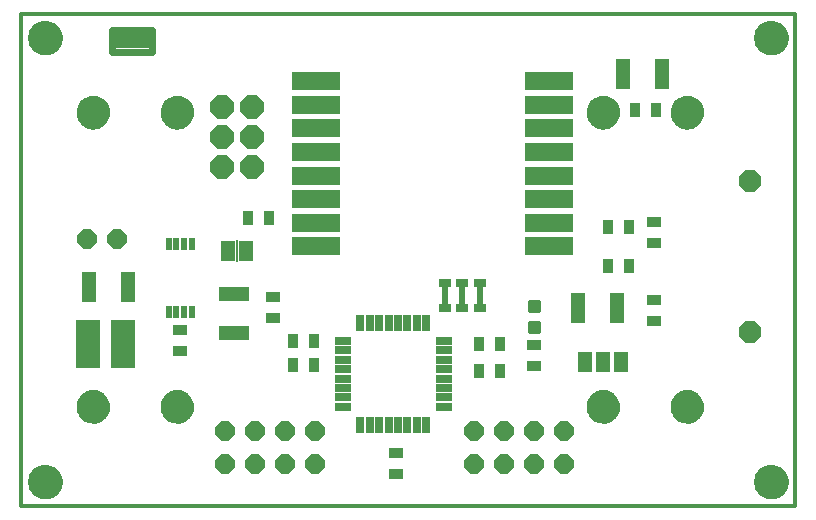
<source format=gts>
G75*
%MOIN*%
%OFA0B0*%
%FSLAX25Y25*%
%IPPOS*%
%LPD*%
%AMOC8*
5,1,8,0,0,1.08239X$1,22.5*
%
%ADD10C,0.00000*%
%ADD11C,0.11424*%
%ADD12C,0.01200*%
%ADD13R,0.16148X0.05912*%
%ADD14R,0.05124X0.10243*%
%ADD15R,0.10243X0.05124*%
%ADD16R,0.08274X0.16148*%
%ADD17R,0.01975X0.03943*%
%ADD18R,0.05124X0.03550*%
%ADD19R,0.03550X0.05124*%
%ADD20OC8,0.06400*%
%ADD21R,0.05000X0.06700*%
%ADD22R,0.00600X0.07200*%
%ADD23C,0.00500*%
%ADD24R,0.01975X0.06699*%
%ADD25R,0.03937X0.02756*%
%ADD26OC8,0.07800*%
%ADD27C,0.02462*%
%ADD28OC8,0.07400*%
%ADD29R,0.05400X0.02600*%
%ADD30R,0.02600X0.05400*%
%ADD31C,0.01301*%
D10*
X0004288Y0009800D02*
X0004290Y0009948D01*
X0004296Y0010096D01*
X0004306Y0010244D01*
X0004320Y0010391D01*
X0004338Y0010538D01*
X0004359Y0010684D01*
X0004385Y0010830D01*
X0004415Y0010975D01*
X0004448Y0011119D01*
X0004486Y0011262D01*
X0004527Y0011404D01*
X0004572Y0011545D01*
X0004620Y0011685D01*
X0004673Y0011824D01*
X0004729Y0011961D01*
X0004789Y0012096D01*
X0004852Y0012230D01*
X0004919Y0012362D01*
X0004990Y0012492D01*
X0005064Y0012620D01*
X0005141Y0012746D01*
X0005222Y0012870D01*
X0005306Y0012992D01*
X0005393Y0013111D01*
X0005484Y0013228D01*
X0005578Y0013343D01*
X0005674Y0013455D01*
X0005774Y0013565D01*
X0005876Y0013671D01*
X0005982Y0013775D01*
X0006090Y0013876D01*
X0006201Y0013974D01*
X0006314Y0014070D01*
X0006430Y0014162D01*
X0006548Y0014251D01*
X0006669Y0014336D01*
X0006792Y0014419D01*
X0006917Y0014498D01*
X0007044Y0014574D01*
X0007173Y0014646D01*
X0007304Y0014715D01*
X0007437Y0014780D01*
X0007572Y0014841D01*
X0007708Y0014899D01*
X0007845Y0014954D01*
X0007984Y0015004D01*
X0008125Y0015051D01*
X0008266Y0015094D01*
X0008409Y0015134D01*
X0008553Y0015169D01*
X0008697Y0015201D01*
X0008843Y0015228D01*
X0008989Y0015252D01*
X0009136Y0015272D01*
X0009283Y0015288D01*
X0009430Y0015300D01*
X0009578Y0015308D01*
X0009726Y0015312D01*
X0009874Y0015312D01*
X0010022Y0015308D01*
X0010170Y0015300D01*
X0010317Y0015288D01*
X0010464Y0015272D01*
X0010611Y0015252D01*
X0010757Y0015228D01*
X0010903Y0015201D01*
X0011047Y0015169D01*
X0011191Y0015134D01*
X0011334Y0015094D01*
X0011475Y0015051D01*
X0011616Y0015004D01*
X0011755Y0014954D01*
X0011892Y0014899D01*
X0012028Y0014841D01*
X0012163Y0014780D01*
X0012296Y0014715D01*
X0012427Y0014646D01*
X0012556Y0014574D01*
X0012683Y0014498D01*
X0012808Y0014419D01*
X0012931Y0014336D01*
X0013052Y0014251D01*
X0013170Y0014162D01*
X0013286Y0014070D01*
X0013399Y0013974D01*
X0013510Y0013876D01*
X0013618Y0013775D01*
X0013724Y0013671D01*
X0013826Y0013565D01*
X0013926Y0013455D01*
X0014022Y0013343D01*
X0014116Y0013228D01*
X0014207Y0013111D01*
X0014294Y0012992D01*
X0014378Y0012870D01*
X0014459Y0012746D01*
X0014536Y0012620D01*
X0014610Y0012492D01*
X0014681Y0012362D01*
X0014748Y0012230D01*
X0014811Y0012096D01*
X0014871Y0011961D01*
X0014927Y0011824D01*
X0014980Y0011685D01*
X0015028Y0011545D01*
X0015073Y0011404D01*
X0015114Y0011262D01*
X0015152Y0011119D01*
X0015185Y0010975D01*
X0015215Y0010830D01*
X0015241Y0010684D01*
X0015262Y0010538D01*
X0015280Y0010391D01*
X0015294Y0010244D01*
X0015304Y0010096D01*
X0015310Y0009948D01*
X0015312Y0009800D01*
X0015310Y0009652D01*
X0015304Y0009504D01*
X0015294Y0009356D01*
X0015280Y0009209D01*
X0015262Y0009062D01*
X0015241Y0008916D01*
X0015215Y0008770D01*
X0015185Y0008625D01*
X0015152Y0008481D01*
X0015114Y0008338D01*
X0015073Y0008196D01*
X0015028Y0008055D01*
X0014980Y0007915D01*
X0014927Y0007776D01*
X0014871Y0007639D01*
X0014811Y0007504D01*
X0014748Y0007370D01*
X0014681Y0007238D01*
X0014610Y0007108D01*
X0014536Y0006980D01*
X0014459Y0006854D01*
X0014378Y0006730D01*
X0014294Y0006608D01*
X0014207Y0006489D01*
X0014116Y0006372D01*
X0014022Y0006257D01*
X0013926Y0006145D01*
X0013826Y0006035D01*
X0013724Y0005929D01*
X0013618Y0005825D01*
X0013510Y0005724D01*
X0013399Y0005626D01*
X0013286Y0005530D01*
X0013170Y0005438D01*
X0013052Y0005349D01*
X0012931Y0005264D01*
X0012808Y0005181D01*
X0012683Y0005102D01*
X0012556Y0005026D01*
X0012427Y0004954D01*
X0012296Y0004885D01*
X0012163Y0004820D01*
X0012028Y0004759D01*
X0011892Y0004701D01*
X0011755Y0004646D01*
X0011616Y0004596D01*
X0011475Y0004549D01*
X0011334Y0004506D01*
X0011191Y0004466D01*
X0011047Y0004431D01*
X0010903Y0004399D01*
X0010757Y0004372D01*
X0010611Y0004348D01*
X0010464Y0004328D01*
X0010317Y0004312D01*
X0010170Y0004300D01*
X0010022Y0004292D01*
X0009874Y0004288D01*
X0009726Y0004288D01*
X0009578Y0004292D01*
X0009430Y0004300D01*
X0009283Y0004312D01*
X0009136Y0004328D01*
X0008989Y0004348D01*
X0008843Y0004372D01*
X0008697Y0004399D01*
X0008553Y0004431D01*
X0008409Y0004466D01*
X0008266Y0004506D01*
X0008125Y0004549D01*
X0007984Y0004596D01*
X0007845Y0004646D01*
X0007708Y0004701D01*
X0007572Y0004759D01*
X0007437Y0004820D01*
X0007304Y0004885D01*
X0007173Y0004954D01*
X0007044Y0005026D01*
X0006917Y0005102D01*
X0006792Y0005181D01*
X0006669Y0005264D01*
X0006548Y0005349D01*
X0006430Y0005438D01*
X0006314Y0005530D01*
X0006201Y0005626D01*
X0006090Y0005724D01*
X0005982Y0005825D01*
X0005876Y0005929D01*
X0005774Y0006035D01*
X0005674Y0006145D01*
X0005578Y0006257D01*
X0005484Y0006372D01*
X0005393Y0006489D01*
X0005306Y0006608D01*
X0005222Y0006730D01*
X0005141Y0006854D01*
X0005064Y0006980D01*
X0004990Y0007108D01*
X0004919Y0007238D01*
X0004852Y0007370D01*
X0004789Y0007504D01*
X0004729Y0007639D01*
X0004673Y0007776D01*
X0004620Y0007915D01*
X0004572Y0008055D01*
X0004527Y0008196D01*
X0004486Y0008338D01*
X0004448Y0008481D01*
X0004415Y0008625D01*
X0004385Y0008770D01*
X0004359Y0008916D01*
X0004338Y0009062D01*
X0004320Y0009209D01*
X0004306Y0009356D01*
X0004296Y0009504D01*
X0004290Y0009652D01*
X0004288Y0009800D01*
X0004288Y0157800D02*
X0004290Y0157948D01*
X0004296Y0158096D01*
X0004306Y0158244D01*
X0004320Y0158391D01*
X0004338Y0158538D01*
X0004359Y0158684D01*
X0004385Y0158830D01*
X0004415Y0158975D01*
X0004448Y0159119D01*
X0004486Y0159262D01*
X0004527Y0159404D01*
X0004572Y0159545D01*
X0004620Y0159685D01*
X0004673Y0159824D01*
X0004729Y0159961D01*
X0004789Y0160096D01*
X0004852Y0160230D01*
X0004919Y0160362D01*
X0004990Y0160492D01*
X0005064Y0160620D01*
X0005141Y0160746D01*
X0005222Y0160870D01*
X0005306Y0160992D01*
X0005393Y0161111D01*
X0005484Y0161228D01*
X0005578Y0161343D01*
X0005674Y0161455D01*
X0005774Y0161565D01*
X0005876Y0161671D01*
X0005982Y0161775D01*
X0006090Y0161876D01*
X0006201Y0161974D01*
X0006314Y0162070D01*
X0006430Y0162162D01*
X0006548Y0162251D01*
X0006669Y0162336D01*
X0006792Y0162419D01*
X0006917Y0162498D01*
X0007044Y0162574D01*
X0007173Y0162646D01*
X0007304Y0162715D01*
X0007437Y0162780D01*
X0007572Y0162841D01*
X0007708Y0162899D01*
X0007845Y0162954D01*
X0007984Y0163004D01*
X0008125Y0163051D01*
X0008266Y0163094D01*
X0008409Y0163134D01*
X0008553Y0163169D01*
X0008697Y0163201D01*
X0008843Y0163228D01*
X0008989Y0163252D01*
X0009136Y0163272D01*
X0009283Y0163288D01*
X0009430Y0163300D01*
X0009578Y0163308D01*
X0009726Y0163312D01*
X0009874Y0163312D01*
X0010022Y0163308D01*
X0010170Y0163300D01*
X0010317Y0163288D01*
X0010464Y0163272D01*
X0010611Y0163252D01*
X0010757Y0163228D01*
X0010903Y0163201D01*
X0011047Y0163169D01*
X0011191Y0163134D01*
X0011334Y0163094D01*
X0011475Y0163051D01*
X0011616Y0163004D01*
X0011755Y0162954D01*
X0011892Y0162899D01*
X0012028Y0162841D01*
X0012163Y0162780D01*
X0012296Y0162715D01*
X0012427Y0162646D01*
X0012556Y0162574D01*
X0012683Y0162498D01*
X0012808Y0162419D01*
X0012931Y0162336D01*
X0013052Y0162251D01*
X0013170Y0162162D01*
X0013286Y0162070D01*
X0013399Y0161974D01*
X0013510Y0161876D01*
X0013618Y0161775D01*
X0013724Y0161671D01*
X0013826Y0161565D01*
X0013926Y0161455D01*
X0014022Y0161343D01*
X0014116Y0161228D01*
X0014207Y0161111D01*
X0014294Y0160992D01*
X0014378Y0160870D01*
X0014459Y0160746D01*
X0014536Y0160620D01*
X0014610Y0160492D01*
X0014681Y0160362D01*
X0014748Y0160230D01*
X0014811Y0160096D01*
X0014871Y0159961D01*
X0014927Y0159824D01*
X0014980Y0159685D01*
X0015028Y0159545D01*
X0015073Y0159404D01*
X0015114Y0159262D01*
X0015152Y0159119D01*
X0015185Y0158975D01*
X0015215Y0158830D01*
X0015241Y0158684D01*
X0015262Y0158538D01*
X0015280Y0158391D01*
X0015294Y0158244D01*
X0015304Y0158096D01*
X0015310Y0157948D01*
X0015312Y0157800D01*
X0015310Y0157652D01*
X0015304Y0157504D01*
X0015294Y0157356D01*
X0015280Y0157209D01*
X0015262Y0157062D01*
X0015241Y0156916D01*
X0015215Y0156770D01*
X0015185Y0156625D01*
X0015152Y0156481D01*
X0015114Y0156338D01*
X0015073Y0156196D01*
X0015028Y0156055D01*
X0014980Y0155915D01*
X0014927Y0155776D01*
X0014871Y0155639D01*
X0014811Y0155504D01*
X0014748Y0155370D01*
X0014681Y0155238D01*
X0014610Y0155108D01*
X0014536Y0154980D01*
X0014459Y0154854D01*
X0014378Y0154730D01*
X0014294Y0154608D01*
X0014207Y0154489D01*
X0014116Y0154372D01*
X0014022Y0154257D01*
X0013926Y0154145D01*
X0013826Y0154035D01*
X0013724Y0153929D01*
X0013618Y0153825D01*
X0013510Y0153724D01*
X0013399Y0153626D01*
X0013286Y0153530D01*
X0013170Y0153438D01*
X0013052Y0153349D01*
X0012931Y0153264D01*
X0012808Y0153181D01*
X0012683Y0153102D01*
X0012556Y0153026D01*
X0012427Y0152954D01*
X0012296Y0152885D01*
X0012163Y0152820D01*
X0012028Y0152759D01*
X0011892Y0152701D01*
X0011755Y0152646D01*
X0011616Y0152596D01*
X0011475Y0152549D01*
X0011334Y0152506D01*
X0011191Y0152466D01*
X0011047Y0152431D01*
X0010903Y0152399D01*
X0010757Y0152372D01*
X0010611Y0152348D01*
X0010464Y0152328D01*
X0010317Y0152312D01*
X0010170Y0152300D01*
X0010022Y0152292D01*
X0009874Y0152288D01*
X0009726Y0152288D01*
X0009578Y0152292D01*
X0009430Y0152300D01*
X0009283Y0152312D01*
X0009136Y0152328D01*
X0008989Y0152348D01*
X0008843Y0152372D01*
X0008697Y0152399D01*
X0008553Y0152431D01*
X0008409Y0152466D01*
X0008266Y0152506D01*
X0008125Y0152549D01*
X0007984Y0152596D01*
X0007845Y0152646D01*
X0007708Y0152701D01*
X0007572Y0152759D01*
X0007437Y0152820D01*
X0007304Y0152885D01*
X0007173Y0152954D01*
X0007044Y0153026D01*
X0006917Y0153102D01*
X0006792Y0153181D01*
X0006669Y0153264D01*
X0006548Y0153349D01*
X0006430Y0153438D01*
X0006314Y0153530D01*
X0006201Y0153626D01*
X0006090Y0153724D01*
X0005982Y0153825D01*
X0005876Y0153929D01*
X0005774Y0154035D01*
X0005674Y0154145D01*
X0005578Y0154257D01*
X0005484Y0154372D01*
X0005393Y0154489D01*
X0005306Y0154608D01*
X0005222Y0154730D01*
X0005141Y0154854D01*
X0005064Y0154980D01*
X0004990Y0155108D01*
X0004919Y0155238D01*
X0004852Y0155370D01*
X0004789Y0155504D01*
X0004729Y0155639D01*
X0004673Y0155776D01*
X0004620Y0155915D01*
X0004572Y0156055D01*
X0004527Y0156196D01*
X0004486Y0156338D01*
X0004448Y0156481D01*
X0004415Y0156625D01*
X0004385Y0156770D01*
X0004359Y0156916D01*
X0004338Y0157062D01*
X0004320Y0157209D01*
X0004306Y0157356D01*
X0004296Y0157504D01*
X0004290Y0157652D01*
X0004288Y0157800D01*
X0246288Y0157800D02*
X0246290Y0157948D01*
X0246296Y0158096D01*
X0246306Y0158244D01*
X0246320Y0158391D01*
X0246338Y0158538D01*
X0246359Y0158684D01*
X0246385Y0158830D01*
X0246415Y0158975D01*
X0246448Y0159119D01*
X0246486Y0159262D01*
X0246527Y0159404D01*
X0246572Y0159545D01*
X0246620Y0159685D01*
X0246673Y0159824D01*
X0246729Y0159961D01*
X0246789Y0160096D01*
X0246852Y0160230D01*
X0246919Y0160362D01*
X0246990Y0160492D01*
X0247064Y0160620D01*
X0247141Y0160746D01*
X0247222Y0160870D01*
X0247306Y0160992D01*
X0247393Y0161111D01*
X0247484Y0161228D01*
X0247578Y0161343D01*
X0247674Y0161455D01*
X0247774Y0161565D01*
X0247876Y0161671D01*
X0247982Y0161775D01*
X0248090Y0161876D01*
X0248201Y0161974D01*
X0248314Y0162070D01*
X0248430Y0162162D01*
X0248548Y0162251D01*
X0248669Y0162336D01*
X0248792Y0162419D01*
X0248917Y0162498D01*
X0249044Y0162574D01*
X0249173Y0162646D01*
X0249304Y0162715D01*
X0249437Y0162780D01*
X0249572Y0162841D01*
X0249708Y0162899D01*
X0249845Y0162954D01*
X0249984Y0163004D01*
X0250125Y0163051D01*
X0250266Y0163094D01*
X0250409Y0163134D01*
X0250553Y0163169D01*
X0250697Y0163201D01*
X0250843Y0163228D01*
X0250989Y0163252D01*
X0251136Y0163272D01*
X0251283Y0163288D01*
X0251430Y0163300D01*
X0251578Y0163308D01*
X0251726Y0163312D01*
X0251874Y0163312D01*
X0252022Y0163308D01*
X0252170Y0163300D01*
X0252317Y0163288D01*
X0252464Y0163272D01*
X0252611Y0163252D01*
X0252757Y0163228D01*
X0252903Y0163201D01*
X0253047Y0163169D01*
X0253191Y0163134D01*
X0253334Y0163094D01*
X0253475Y0163051D01*
X0253616Y0163004D01*
X0253755Y0162954D01*
X0253892Y0162899D01*
X0254028Y0162841D01*
X0254163Y0162780D01*
X0254296Y0162715D01*
X0254427Y0162646D01*
X0254556Y0162574D01*
X0254683Y0162498D01*
X0254808Y0162419D01*
X0254931Y0162336D01*
X0255052Y0162251D01*
X0255170Y0162162D01*
X0255286Y0162070D01*
X0255399Y0161974D01*
X0255510Y0161876D01*
X0255618Y0161775D01*
X0255724Y0161671D01*
X0255826Y0161565D01*
X0255926Y0161455D01*
X0256022Y0161343D01*
X0256116Y0161228D01*
X0256207Y0161111D01*
X0256294Y0160992D01*
X0256378Y0160870D01*
X0256459Y0160746D01*
X0256536Y0160620D01*
X0256610Y0160492D01*
X0256681Y0160362D01*
X0256748Y0160230D01*
X0256811Y0160096D01*
X0256871Y0159961D01*
X0256927Y0159824D01*
X0256980Y0159685D01*
X0257028Y0159545D01*
X0257073Y0159404D01*
X0257114Y0159262D01*
X0257152Y0159119D01*
X0257185Y0158975D01*
X0257215Y0158830D01*
X0257241Y0158684D01*
X0257262Y0158538D01*
X0257280Y0158391D01*
X0257294Y0158244D01*
X0257304Y0158096D01*
X0257310Y0157948D01*
X0257312Y0157800D01*
X0257310Y0157652D01*
X0257304Y0157504D01*
X0257294Y0157356D01*
X0257280Y0157209D01*
X0257262Y0157062D01*
X0257241Y0156916D01*
X0257215Y0156770D01*
X0257185Y0156625D01*
X0257152Y0156481D01*
X0257114Y0156338D01*
X0257073Y0156196D01*
X0257028Y0156055D01*
X0256980Y0155915D01*
X0256927Y0155776D01*
X0256871Y0155639D01*
X0256811Y0155504D01*
X0256748Y0155370D01*
X0256681Y0155238D01*
X0256610Y0155108D01*
X0256536Y0154980D01*
X0256459Y0154854D01*
X0256378Y0154730D01*
X0256294Y0154608D01*
X0256207Y0154489D01*
X0256116Y0154372D01*
X0256022Y0154257D01*
X0255926Y0154145D01*
X0255826Y0154035D01*
X0255724Y0153929D01*
X0255618Y0153825D01*
X0255510Y0153724D01*
X0255399Y0153626D01*
X0255286Y0153530D01*
X0255170Y0153438D01*
X0255052Y0153349D01*
X0254931Y0153264D01*
X0254808Y0153181D01*
X0254683Y0153102D01*
X0254556Y0153026D01*
X0254427Y0152954D01*
X0254296Y0152885D01*
X0254163Y0152820D01*
X0254028Y0152759D01*
X0253892Y0152701D01*
X0253755Y0152646D01*
X0253616Y0152596D01*
X0253475Y0152549D01*
X0253334Y0152506D01*
X0253191Y0152466D01*
X0253047Y0152431D01*
X0252903Y0152399D01*
X0252757Y0152372D01*
X0252611Y0152348D01*
X0252464Y0152328D01*
X0252317Y0152312D01*
X0252170Y0152300D01*
X0252022Y0152292D01*
X0251874Y0152288D01*
X0251726Y0152288D01*
X0251578Y0152292D01*
X0251430Y0152300D01*
X0251283Y0152312D01*
X0251136Y0152328D01*
X0250989Y0152348D01*
X0250843Y0152372D01*
X0250697Y0152399D01*
X0250553Y0152431D01*
X0250409Y0152466D01*
X0250266Y0152506D01*
X0250125Y0152549D01*
X0249984Y0152596D01*
X0249845Y0152646D01*
X0249708Y0152701D01*
X0249572Y0152759D01*
X0249437Y0152820D01*
X0249304Y0152885D01*
X0249173Y0152954D01*
X0249044Y0153026D01*
X0248917Y0153102D01*
X0248792Y0153181D01*
X0248669Y0153264D01*
X0248548Y0153349D01*
X0248430Y0153438D01*
X0248314Y0153530D01*
X0248201Y0153626D01*
X0248090Y0153724D01*
X0247982Y0153825D01*
X0247876Y0153929D01*
X0247774Y0154035D01*
X0247674Y0154145D01*
X0247578Y0154257D01*
X0247484Y0154372D01*
X0247393Y0154489D01*
X0247306Y0154608D01*
X0247222Y0154730D01*
X0247141Y0154854D01*
X0247064Y0154980D01*
X0246990Y0155108D01*
X0246919Y0155238D01*
X0246852Y0155370D01*
X0246789Y0155504D01*
X0246729Y0155639D01*
X0246673Y0155776D01*
X0246620Y0155915D01*
X0246572Y0156055D01*
X0246527Y0156196D01*
X0246486Y0156338D01*
X0246448Y0156481D01*
X0246415Y0156625D01*
X0246385Y0156770D01*
X0246359Y0156916D01*
X0246338Y0157062D01*
X0246320Y0157209D01*
X0246306Y0157356D01*
X0246296Y0157504D01*
X0246290Y0157652D01*
X0246288Y0157800D01*
X0246288Y0009800D02*
X0246290Y0009948D01*
X0246296Y0010096D01*
X0246306Y0010244D01*
X0246320Y0010391D01*
X0246338Y0010538D01*
X0246359Y0010684D01*
X0246385Y0010830D01*
X0246415Y0010975D01*
X0246448Y0011119D01*
X0246486Y0011262D01*
X0246527Y0011404D01*
X0246572Y0011545D01*
X0246620Y0011685D01*
X0246673Y0011824D01*
X0246729Y0011961D01*
X0246789Y0012096D01*
X0246852Y0012230D01*
X0246919Y0012362D01*
X0246990Y0012492D01*
X0247064Y0012620D01*
X0247141Y0012746D01*
X0247222Y0012870D01*
X0247306Y0012992D01*
X0247393Y0013111D01*
X0247484Y0013228D01*
X0247578Y0013343D01*
X0247674Y0013455D01*
X0247774Y0013565D01*
X0247876Y0013671D01*
X0247982Y0013775D01*
X0248090Y0013876D01*
X0248201Y0013974D01*
X0248314Y0014070D01*
X0248430Y0014162D01*
X0248548Y0014251D01*
X0248669Y0014336D01*
X0248792Y0014419D01*
X0248917Y0014498D01*
X0249044Y0014574D01*
X0249173Y0014646D01*
X0249304Y0014715D01*
X0249437Y0014780D01*
X0249572Y0014841D01*
X0249708Y0014899D01*
X0249845Y0014954D01*
X0249984Y0015004D01*
X0250125Y0015051D01*
X0250266Y0015094D01*
X0250409Y0015134D01*
X0250553Y0015169D01*
X0250697Y0015201D01*
X0250843Y0015228D01*
X0250989Y0015252D01*
X0251136Y0015272D01*
X0251283Y0015288D01*
X0251430Y0015300D01*
X0251578Y0015308D01*
X0251726Y0015312D01*
X0251874Y0015312D01*
X0252022Y0015308D01*
X0252170Y0015300D01*
X0252317Y0015288D01*
X0252464Y0015272D01*
X0252611Y0015252D01*
X0252757Y0015228D01*
X0252903Y0015201D01*
X0253047Y0015169D01*
X0253191Y0015134D01*
X0253334Y0015094D01*
X0253475Y0015051D01*
X0253616Y0015004D01*
X0253755Y0014954D01*
X0253892Y0014899D01*
X0254028Y0014841D01*
X0254163Y0014780D01*
X0254296Y0014715D01*
X0254427Y0014646D01*
X0254556Y0014574D01*
X0254683Y0014498D01*
X0254808Y0014419D01*
X0254931Y0014336D01*
X0255052Y0014251D01*
X0255170Y0014162D01*
X0255286Y0014070D01*
X0255399Y0013974D01*
X0255510Y0013876D01*
X0255618Y0013775D01*
X0255724Y0013671D01*
X0255826Y0013565D01*
X0255926Y0013455D01*
X0256022Y0013343D01*
X0256116Y0013228D01*
X0256207Y0013111D01*
X0256294Y0012992D01*
X0256378Y0012870D01*
X0256459Y0012746D01*
X0256536Y0012620D01*
X0256610Y0012492D01*
X0256681Y0012362D01*
X0256748Y0012230D01*
X0256811Y0012096D01*
X0256871Y0011961D01*
X0256927Y0011824D01*
X0256980Y0011685D01*
X0257028Y0011545D01*
X0257073Y0011404D01*
X0257114Y0011262D01*
X0257152Y0011119D01*
X0257185Y0010975D01*
X0257215Y0010830D01*
X0257241Y0010684D01*
X0257262Y0010538D01*
X0257280Y0010391D01*
X0257294Y0010244D01*
X0257304Y0010096D01*
X0257310Y0009948D01*
X0257312Y0009800D01*
X0257310Y0009652D01*
X0257304Y0009504D01*
X0257294Y0009356D01*
X0257280Y0009209D01*
X0257262Y0009062D01*
X0257241Y0008916D01*
X0257215Y0008770D01*
X0257185Y0008625D01*
X0257152Y0008481D01*
X0257114Y0008338D01*
X0257073Y0008196D01*
X0257028Y0008055D01*
X0256980Y0007915D01*
X0256927Y0007776D01*
X0256871Y0007639D01*
X0256811Y0007504D01*
X0256748Y0007370D01*
X0256681Y0007238D01*
X0256610Y0007108D01*
X0256536Y0006980D01*
X0256459Y0006854D01*
X0256378Y0006730D01*
X0256294Y0006608D01*
X0256207Y0006489D01*
X0256116Y0006372D01*
X0256022Y0006257D01*
X0255926Y0006145D01*
X0255826Y0006035D01*
X0255724Y0005929D01*
X0255618Y0005825D01*
X0255510Y0005724D01*
X0255399Y0005626D01*
X0255286Y0005530D01*
X0255170Y0005438D01*
X0255052Y0005349D01*
X0254931Y0005264D01*
X0254808Y0005181D01*
X0254683Y0005102D01*
X0254556Y0005026D01*
X0254427Y0004954D01*
X0254296Y0004885D01*
X0254163Y0004820D01*
X0254028Y0004759D01*
X0253892Y0004701D01*
X0253755Y0004646D01*
X0253616Y0004596D01*
X0253475Y0004549D01*
X0253334Y0004506D01*
X0253191Y0004466D01*
X0253047Y0004431D01*
X0252903Y0004399D01*
X0252757Y0004372D01*
X0252611Y0004348D01*
X0252464Y0004328D01*
X0252317Y0004312D01*
X0252170Y0004300D01*
X0252022Y0004292D01*
X0251874Y0004288D01*
X0251726Y0004288D01*
X0251578Y0004292D01*
X0251430Y0004300D01*
X0251283Y0004312D01*
X0251136Y0004328D01*
X0250989Y0004348D01*
X0250843Y0004372D01*
X0250697Y0004399D01*
X0250553Y0004431D01*
X0250409Y0004466D01*
X0250266Y0004506D01*
X0250125Y0004549D01*
X0249984Y0004596D01*
X0249845Y0004646D01*
X0249708Y0004701D01*
X0249572Y0004759D01*
X0249437Y0004820D01*
X0249304Y0004885D01*
X0249173Y0004954D01*
X0249044Y0005026D01*
X0248917Y0005102D01*
X0248792Y0005181D01*
X0248669Y0005264D01*
X0248548Y0005349D01*
X0248430Y0005438D01*
X0248314Y0005530D01*
X0248201Y0005626D01*
X0248090Y0005724D01*
X0247982Y0005825D01*
X0247876Y0005929D01*
X0247774Y0006035D01*
X0247674Y0006145D01*
X0247578Y0006257D01*
X0247484Y0006372D01*
X0247393Y0006489D01*
X0247306Y0006608D01*
X0247222Y0006730D01*
X0247141Y0006854D01*
X0247064Y0006980D01*
X0246990Y0007108D01*
X0246919Y0007238D01*
X0246852Y0007370D01*
X0246789Y0007504D01*
X0246729Y0007639D01*
X0246673Y0007776D01*
X0246620Y0007915D01*
X0246572Y0008055D01*
X0246527Y0008196D01*
X0246486Y0008338D01*
X0246448Y0008481D01*
X0246415Y0008625D01*
X0246385Y0008770D01*
X0246359Y0008916D01*
X0246338Y0009062D01*
X0246320Y0009209D01*
X0246306Y0009356D01*
X0246296Y0009504D01*
X0246290Y0009652D01*
X0246288Y0009800D01*
D11*
X0251800Y0009800D03*
X0251800Y0157800D03*
X0009800Y0157800D03*
X0009800Y0009800D03*
D12*
X0001800Y0001800D02*
X0001800Y0165501D01*
X0001800Y0165800D02*
X0259800Y0165800D01*
X0259800Y0001800D01*
X0259721Y0001800D02*
X0001800Y0001800D01*
D13*
X0100020Y0088241D03*
X0100020Y0096115D03*
X0100020Y0103989D03*
X0100020Y0111863D03*
X0100020Y0119737D03*
X0100020Y0127611D03*
X0100020Y0135485D03*
X0100020Y0143359D03*
X0177580Y0143359D03*
X0177580Y0135485D03*
X0177580Y0127611D03*
X0177580Y0119737D03*
X0177580Y0111863D03*
X0177580Y0103989D03*
X0177580Y0096115D03*
X0177580Y0088241D03*
D14*
X0187304Y0067800D03*
X0200296Y0067800D03*
X0202304Y0145800D03*
X0215296Y0145800D03*
X0037296Y0074800D03*
X0024304Y0074800D03*
D15*
X0072800Y0072296D03*
X0072800Y0059304D03*
D16*
X0035706Y0055800D03*
X0023894Y0055800D03*
D17*
X0050961Y0066383D03*
X0053520Y0066383D03*
X0056080Y0066383D03*
X0058639Y0066383D03*
X0058639Y0089217D03*
X0056080Y0089217D03*
X0053520Y0089217D03*
X0050961Y0089217D03*
D18*
X0085800Y0071343D03*
X0085800Y0064257D03*
X0054800Y0060343D03*
X0054800Y0053257D03*
X0126800Y0019343D03*
X0126800Y0012257D03*
X0172800Y0048257D03*
X0172800Y0055343D03*
X0212800Y0063257D03*
X0212800Y0070343D03*
X0212800Y0089257D03*
X0212800Y0096343D03*
D19*
X0204343Y0094800D03*
X0197257Y0094800D03*
X0197257Y0081800D03*
X0204343Y0081800D03*
X0161343Y0055800D03*
X0154257Y0055800D03*
X0154257Y0046800D03*
X0161343Y0046800D03*
X0099343Y0048800D03*
X0092257Y0048800D03*
X0092257Y0056800D03*
X0099343Y0056800D03*
X0084343Y0097800D03*
X0077257Y0097800D03*
X0206257Y0133800D03*
X0213343Y0133800D03*
D20*
X0182800Y0026800D03*
X0172800Y0026800D03*
X0162800Y0026800D03*
X0152800Y0026800D03*
X0152800Y0015800D03*
X0162800Y0015800D03*
X0172800Y0015800D03*
X0182800Y0015800D03*
X0099800Y0015800D03*
X0089800Y0015800D03*
X0079800Y0015800D03*
X0069800Y0015800D03*
X0069800Y0026800D03*
X0079800Y0026800D03*
X0089800Y0026800D03*
X0099800Y0026800D03*
X0033800Y0090800D03*
X0023800Y0090800D03*
D21*
X0070800Y0086800D03*
X0076800Y0086800D03*
X0189800Y0049800D03*
X0195800Y0049800D03*
X0201800Y0049800D03*
D22*
X0073800Y0086800D03*
D23*
X0055621Y0127874D02*
X0054727Y0127607D01*
X0053800Y0127500D01*
X0052865Y0127617D01*
X0051965Y0127894D01*
X0051127Y0128323D01*
X0050376Y0128892D01*
X0049735Y0129582D01*
X0049223Y0130373D01*
X0048857Y0131241D01*
X0048647Y0132159D01*
X0048600Y0133100D01*
X0048695Y0133984D01*
X0048942Y0134838D01*
X0049333Y0135637D01*
X0049857Y0136355D01*
X0050498Y0136971D01*
X0051237Y0137467D01*
X0052050Y0137827D01*
X0052913Y0138040D01*
X0053800Y0138100D01*
X0054695Y0138030D01*
X0055564Y0137807D01*
X0056382Y0137435D01*
X0057122Y0136927D01*
X0057763Y0136299D01*
X0058285Y0135568D01*
X0058672Y0134758D01*
X0058913Y0133894D01*
X0059000Y0133000D01*
X0058945Y0132069D01*
X0058729Y0131161D01*
X0058358Y0130305D01*
X0057845Y0129526D01*
X0057204Y0128848D01*
X0056455Y0128292D01*
X0055621Y0127874D01*
X0055719Y0127923D02*
X0051908Y0127923D01*
X0050997Y0128422D02*
X0056630Y0128422D01*
X0057272Y0128920D02*
X0050349Y0128920D01*
X0049886Y0129419D02*
X0057744Y0129419D01*
X0058103Y0129917D02*
X0049518Y0129917D01*
X0049205Y0130416D02*
X0058406Y0130416D01*
X0058622Y0130914D02*
X0048995Y0130914D01*
X0048818Y0131413D02*
X0058789Y0131413D01*
X0058907Y0131911D02*
X0048704Y0131911D01*
X0048635Y0132410D02*
X0058965Y0132410D01*
X0058995Y0132908D02*
X0048610Y0132908D01*
X0048633Y0133407D02*
X0058960Y0133407D01*
X0058910Y0133905D02*
X0048686Y0133905D01*
X0048816Y0134404D02*
X0058771Y0134404D01*
X0058603Y0134903D02*
X0048973Y0134903D01*
X0049218Y0135401D02*
X0058365Y0135401D01*
X0058048Y0135900D02*
X0049525Y0135900D01*
X0049902Y0136398D02*
X0057662Y0136398D01*
X0057153Y0136897D02*
X0050421Y0136897D01*
X0051130Y0137395D02*
X0056440Y0137395D01*
X0055226Y0137894D02*
X0052321Y0137894D01*
X0030913Y0133894D02*
X0031000Y0133000D01*
X0030945Y0132069D01*
X0030729Y0131161D01*
X0030358Y0130305D01*
X0029845Y0129526D01*
X0029204Y0128848D01*
X0028455Y0128292D01*
X0027621Y0127874D01*
X0026727Y0127607D01*
X0025800Y0127500D01*
X0024865Y0127617D01*
X0023965Y0127894D01*
X0023127Y0128323D01*
X0022376Y0128892D01*
X0021735Y0129582D01*
X0021223Y0130373D01*
X0020857Y0131241D01*
X0020647Y0132159D01*
X0020600Y0133100D01*
X0020695Y0133984D01*
X0020942Y0134838D01*
X0021333Y0135637D01*
X0021857Y0136355D01*
X0022498Y0136971D01*
X0023237Y0137467D01*
X0024050Y0137827D01*
X0024913Y0138040D01*
X0025800Y0138100D01*
X0026695Y0138030D01*
X0027564Y0137807D01*
X0028382Y0137435D01*
X0029122Y0136927D01*
X0029763Y0136299D01*
X0030285Y0135568D01*
X0030672Y0134758D01*
X0030913Y0133894D01*
X0030910Y0133905D02*
X0020686Y0133905D01*
X0020633Y0133407D02*
X0030960Y0133407D01*
X0030995Y0132908D02*
X0020610Y0132908D01*
X0020635Y0132410D02*
X0030965Y0132410D01*
X0030907Y0131911D02*
X0020704Y0131911D01*
X0020818Y0131413D02*
X0030789Y0131413D01*
X0030622Y0130914D02*
X0020995Y0130914D01*
X0021205Y0130416D02*
X0030406Y0130416D01*
X0030103Y0129917D02*
X0021518Y0129917D01*
X0021886Y0129419D02*
X0029744Y0129419D01*
X0029272Y0128920D02*
X0022349Y0128920D01*
X0022997Y0128422D02*
X0028630Y0128422D01*
X0027719Y0127923D02*
X0023908Y0127923D01*
X0020816Y0134404D02*
X0030771Y0134404D01*
X0030603Y0134903D02*
X0020973Y0134903D01*
X0021218Y0135401D02*
X0030365Y0135401D01*
X0030048Y0135900D02*
X0021525Y0135900D01*
X0021902Y0136398D02*
X0029662Y0136398D01*
X0029153Y0136897D02*
X0022421Y0136897D01*
X0023130Y0137395D02*
X0028440Y0137395D01*
X0027226Y0137894D02*
X0024321Y0137894D01*
X0025800Y0040100D02*
X0026735Y0039983D01*
X0027635Y0039706D01*
X0028473Y0039277D01*
X0029224Y0038708D01*
X0029865Y0038018D01*
X0030377Y0037227D01*
X0030743Y0036359D01*
X0030953Y0035441D01*
X0031000Y0034500D01*
X0030905Y0033616D01*
X0030658Y0032762D01*
X0030267Y0031963D01*
X0029743Y0031245D01*
X0029102Y0030629D01*
X0028363Y0030133D01*
X0027550Y0029773D01*
X0026687Y0029560D01*
X0025800Y0029500D01*
X0024905Y0029570D01*
X0024036Y0029793D01*
X0023218Y0030165D01*
X0022478Y0030673D01*
X0021837Y0031301D01*
X0021315Y0032032D01*
X0020928Y0032842D01*
X0020687Y0033706D01*
X0020600Y0034600D01*
X0020655Y0035531D01*
X0020871Y0036439D01*
X0021242Y0037295D01*
X0021755Y0038074D01*
X0022396Y0038752D01*
X0023145Y0039308D01*
X0023979Y0039726D01*
X0024873Y0039993D01*
X0025800Y0040100D01*
X0027672Y0039687D02*
X0023901Y0039687D01*
X0022984Y0039188D02*
X0028590Y0039188D01*
X0029241Y0038690D02*
X0022337Y0038690D01*
X0021866Y0038191D02*
X0029704Y0038191D01*
X0030075Y0037693D02*
X0021504Y0037693D01*
X0021198Y0037194D02*
X0030390Y0037194D01*
X0030601Y0036696D02*
X0020982Y0036696D01*
X0020814Y0036197D02*
X0030780Y0036197D01*
X0030894Y0035699D02*
X0020695Y0035699D01*
X0020636Y0035200D02*
X0030965Y0035200D01*
X0030990Y0034702D02*
X0020606Y0034702D01*
X0020639Y0034203D02*
X0030968Y0034203D01*
X0030915Y0033705D02*
X0020687Y0033705D01*
X0020826Y0033206D02*
X0030787Y0033206D01*
X0030632Y0032708D02*
X0020992Y0032708D01*
X0021230Y0032209D02*
X0030387Y0032209D01*
X0030082Y0031711D02*
X0021544Y0031711D01*
X0021928Y0031212D02*
X0029708Y0031212D01*
X0029190Y0030714D02*
X0022436Y0030714D01*
X0023145Y0030215D02*
X0028485Y0030215D01*
X0027321Y0029717D02*
X0024334Y0029717D01*
X0048687Y0033706D02*
X0048928Y0032842D01*
X0049315Y0032032D01*
X0049837Y0031301D01*
X0050478Y0030673D01*
X0051218Y0030165D01*
X0052036Y0029793D01*
X0052905Y0029570D01*
X0053800Y0029500D01*
X0054687Y0029560D01*
X0055550Y0029773D01*
X0056363Y0030133D01*
X0057102Y0030629D01*
X0057743Y0031245D01*
X0058267Y0031963D01*
X0058658Y0032762D01*
X0058905Y0033616D01*
X0059000Y0034500D01*
X0058953Y0035441D01*
X0058743Y0036359D01*
X0058377Y0037227D01*
X0057865Y0038018D01*
X0057224Y0038708D01*
X0056473Y0039277D01*
X0055635Y0039706D01*
X0054735Y0039983D01*
X0053800Y0040100D01*
X0052873Y0039993D01*
X0051979Y0039726D01*
X0051145Y0039308D01*
X0050396Y0038752D01*
X0049755Y0038074D01*
X0049242Y0037295D01*
X0048871Y0036439D01*
X0048655Y0035531D01*
X0048600Y0034600D01*
X0048687Y0033706D01*
X0048687Y0033705D02*
X0058915Y0033705D01*
X0058968Y0034203D02*
X0048639Y0034203D01*
X0048606Y0034702D02*
X0058990Y0034702D01*
X0058965Y0035200D02*
X0048636Y0035200D01*
X0048695Y0035699D02*
X0058894Y0035699D01*
X0058780Y0036197D02*
X0048814Y0036197D01*
X0048982Y0036696D02*
X0058601Y0036696D01*
X0058390Y0037194D02*
X0049198Y0037194D01*
X0049504Y0037693D02*
X0058075Y0037693D01*
X0057704Y0038191D02*
X0049866Y0038191D01*
X0050337Y0038690D02*
X0057241Y0038690D01*
X0056590Y0039188D02*
X0050984Y0039188D01*
X0051901Y0039687D02*
X0055672Y0039687D01*
X0058787Y0033206D02*
X0048826Y0033206D01*
X0048992Y0032708D02*
X0058632Y0032708D01*
X0058387Y0032209D02*
X0049230Y0032209D01*
X0049544Y0031711D02*
X0058082Y0031711D01*
X0057708Y0031212D02*
X0049928Y0031212D01*
X0050436Y0030714D02*
X0057190Y0030714D01*
X0056485Y0030215D02*
X0051145Y0030215D01*
X0052334Y0029717D02*
X0055321Y0029717D01*
X0190600Y0034600D02*
X0190687Y0033706D01*
X0190928Y0032842D01*
X0191315Y0032032D01*
X0191837Y0031301D01*
X0192478Y0030673D01*
X0193218Y0030165D01*
X0194036Y0029793D01*
X0194905Y0029570D01*
X0195800Y0029500D01*
X0196687Y0029560D01*
X0197550Y0029773D01*
X0198363Y0030133D01*
X0199102Y0030629D01*
X0199743Y0031245D01*
X0200267Y0031963D01*
X0200658Y0032762D01*
X0200905Y0033616D01*
X0201000Y0034500D01*
X0200953Y0035441D01*
X0200743Y0036359D01*
X0200377Y0037227D01*
X0199865Y0038018D01*
X0199224Y0038708D01*
X0198473Y0039277D01*
X0197635Y0039706D01*
X0196735Y0039983D01*
X0195800Y0040100D01*
X0194873Y0039993D01*
X0193979Y0039726D01*
X0193145Y0039308D01*
X0192396Y0038752D01*
X0191755Y0038074D01*
X0191242Y0037295D01*
X0190871Y0036439D01*
X0190655Y0035531D01*
X0190600Y0034600D01*
X0190606Y0034702D02*
X0200990Y0034702D01*
X0200965Y0035200D02*
X0190636Y0035200D01*
X0190695Y0035699D02*
X0200894Y0035699D01*
X0200780Y0036197D02*
X0190814Y0036197D01*
X0190982Y0036696D02*
X0200601Y0036696D01*
X0200390Y0037194D02*
X0191198Y0037194D01*
X0191504Y0037693D02*
X0200075Y0037693D01*
X0199704Y0038191D02*
X0191866Y0038191D01*
X0192337Y0038690D02*
X0199241Y0038690D01*
X0198590Y0039188D02*
X0192984Y0039188D01*
X0193901Y0039687D02*
X0197672Y0039687D01*
X0200968Y0034203D02*
X0190639Y0034203D01*
X0190687Y0033705D02*
X0200915Y0033705D01*
X0200787Y0033206D02*
X0190826Y0033206D01*
X0190992Y0032708D02*
X0200632Y0032708D01*
X0200387Y0032209D02*
X0191230Y0032209D01*
X0191544Y0031711D02*
X0200082Y0031711D01*
X0199708Y0031212D02*
X0191928Y0031212D01*
X0192436Y0030714D02*
X0199190Y0030714D01*
X0198485Y0030215D02*
X0193145Y0030215D01*
X0194334Y0029717D02*
X0197321Y0029717D01*
X0218687Y0033706D02*
X0218928Y0032842D01*
X0219315Y0032032D01*
X0219837Y0031301D01*
X0220478Y0030673D01*
X0221218Y0030165D01*
X0222036Y0029793D01*
X0222905Y0029570D01*
X0223800Y0029500D01*
X0224687Y0029560D01*
X0225550Y0029773D01*
X0226363Y0030133D01*
X0227102Y0030629D01*
X0227743Y0031245D01*
X0228267Y0031963D01*
X0228658Y0032762D01*
X0228905Y0033616D01*
X0229000Y0034500D01*
X0228953Y0035441D01*
X0228743Y0036359D01*
X0228377Y0037227D01*
X0227865Y0038018D01*
X0227224Y0038708D01*
X0226473Y0039277D01*
X0225635Y0039706D01*
X0224735Y0039983D01*
X0223800Y0040100D01*
X0222873Y0039993D01*
X0221979Y0039726D01*
X0221145Y0039308D01*
X0220396Y0038752D01*
X0219755Y0038074D01*
X0219242Y0037295D01*
X0218871Y0036439D01*
X0218655Y0035531D01*
X0218600Y0034600D01*
X0218687Y0033706D01*
X0218687Y0033705D02*
X0228915Y0033705D01*
X0228968Y0034203D02*
X0218639Y0034203D01*
X0218606Y0034702D02*
X0228990Y0034702D01*
X0228965Y0035200D02*
X0218636Y0035200D01*
X0218695Y0035699D02*
X0228894Y0035699D01*
X0228780Y0036197D02*
X0218814Y0036197D01*
X0218982Y0036696D02*
X0228601Y0036696D01*
X0228390Y0037194D02*
X0219198Y0037194D01*
X0219504Y0037693D02*
X0228075Y0037693D01*
X0227704Y0038191D02*
X0219866Y0038191D01*
X0220337Y0038690D02*
X0227241Y0038690D01*
X0226590Y0039188D02*
X0220984Y0039188D01*
X0221901Y0039687D02*
X0225672Y0039687D01*
X0228787Y0033206D02*
X0218826Y0033206D01*
X0218992Y0032708D02*
X0228632Y0032708D01*
X0228387Y0032209D02*
X0219230Y0032209D01*
X0219544Y0031711D02*
X0228082Y0031711D01*
X0227708Y0031212D02*
X0219928Y0031212D01*
X0220436Y0030714D02*
X0227190Y0030714D01*
X0226485Y0030215D02*
X0221145Y0030215D01*
X0222334Y0029717D02*
X0225321Y0029717D01*
X0223800Y0127500D02*
X0222865Y0127617D01*
X0221965Y0127894D01*
X0221127Y0128323D01*
X0220376Y0128892D01*
X0219735Y0129582D01*
X0219223Y0130373D01*
X0218857Y0131241D01*
X0218647Y0132159D01*
X0218600Y0133100D01*
X0218695Y0133984D01*
X0218942Y0134838D01*
X0219333Y0135637D01*
X0219857Y0136355D01*
X0220498Y0136971D01*
X0221237Y0137467D01*
X0222050Y0137827D01*
X0222913Y0138040D01*
X0223800Y0138100D01*
X0224695Y0138030D01*
X0225564Y0137807D01*
X0226382Y0137435D01*
X0227122Y0136927D01*
X0227763Y0136299D01*
X0228285Y0135568D01*
X0228672Y0134758D01*
X0228913Y0133894D01*
X0229000Y0133000D01*
X0228945Y0132069D01*
X0228729Y0131161D01*
X0228358Y0130305D01*
X0227845Y0129526D01*
X0227204Y0128848D01*
X0226455Y0128292D01*
X0225621Y0127874D01*
X0224727Y0127607D01*
X0223800Y0127500D01*
X0221908Y0127923D02*
X0225719Y0127923D01*
X0226630Y0128422D02*
X0220997Y0128422D01*
X0220349Y0128920D02*
X0227272Y0128920D01*
X0227744Y0129419D02*
X0219886Y0129419D01*
X0219518Y0129917D02*
X0228103Y0129917D01*
X0228406Y0130416D02*
X0219205Y0130416D01*
X0218995Y0130914D02*
X0228622Y0130914D01*
X0228789Y0131413D02*
X0218818Y0131413D01*
X0218704Y0131911D02*
X0228907Y0131911D01*
X0228965Y0132410D02*
X0218635Y0132410D01*
X0218610Y0132908D02*
X0228995Y0132908D01*
X0228960Y0133407D02*
X0218633Y0133407D01*
X0218686Y0133905D02*
X0228910Y0133905D01*
X0228771Y0134404D02*
X0218816Y0134404D01*
X0218973Y0134903D02*
X0228603Y0134903D01*
X0228365Y0135401D02*
X0219218Y0135401D01*
X0219525Y0135900D02*
X0228048Y0135900D01*
X0227662Y0136398D02*
X0219902Y0136398D01*
X0220421Y0136897D02*
X0227153Y0136897D01*
X0226440Y0137395D02*
X0221130Y0137395D01*
X0222321Y0137894D02*
X0225226Y0137894D01*
X0200913Y0133894D02*
X0201000Y0133000D01*
X0200945Y0132069D01*
X0200729Y0131161D01*
X0200358Y0130305D01*
X0199845Y0129526D01*
X0199204Y0128848D01*
X0198455Y0128292D01*
X0197621Y0127874D01*
X0196727Y0127607D01*
X0195800Y0127500D01*
X0194865Y0127617D01*
X0193965Y0127894D01*
X0193127Y0128323D01*
X0192376Y0128892D01*
X0191735Y0129582D01*
X0191223Y0130373D01*
X0190857Y0131241D01*
X0190647Y0132159D01*
X0190600Y0133100D01*
X0190695Y0133984D01*
X0190942Y0134838D01*
X0191333Y0135637D01*
X0191857Y0136355D01*
X0192498Y0136971D01*
X0193237Y0137467D01*
X0194050Y0137827D01*
X0194913Y0138040D01*
X0195800Y0138100D01*
X0196695Y0138030D01*
X0197564Y0137807D01*
X0198382Y0137435D01*
X0199122Y0136927D01*
X0199763Y0136299D01*
X0200285Y0135568D01*
X0200672Y0134758D01*
X0200913Y0133894D01*
X0200910Y0133905D02*
X0190686Y0133905D01*
X0190633Y0133407D02*
X0200960Y0133407D01*
X0200995Y0132908D02*
X0190610Y0132908D01*
X0190635Y0132410D02*
X0200965Y0132410D01*
X0200907Y0131911D02*
X0190704Y0131911D01*
X0190818Y0131413D02*
X0200789Y0131413D01*
X0200622Y0130914D02*
X0190995Y0130914D01*
X0191205Y0130416D02*
X0200406Y0130416D01*
X0200103Y0129917D02*
X0191518Y0129917D01*
X0191886Y0129419D02*
X0199744Y0129419D01*
X0199272Y0128920D02*
X0192349Y0128920D01*
X0192997Y0128422D02*
X0198630Y0128422D01*
X0197719Y0127923D02*
X0193908Y0127923D01*
X0190816Y0134404D02*
X0200771Y0134404D01*
X0200603Y0134903D02*
X0190973Y0134903D01*
X0191218Y0135401D02*
X0200365Y0135401D01*
X0200048Y0135900D02*
X0191525Y0135900D01*
X0191902Y0136398D02*
X0199662Y0136398D01*
X0199153Y0136897D02*
X0192421Y0136897D01*
X0193130Y0137395D02*
X0198440Y0137395D01*
X0197226Y0137894D02*
X0194321Y0137894D01*
D24*
X0154706Y0071800D03*
X0148800Y0071800D03*
X0142894Y0071800D03*
D25*
X0142894Y0067666D03*
X0148800Y0067666D03*
X0154706Y0067666D03*
X0154706Y0075934D03*
X0148800Y0075934D03*
X0142894Y0075934D03*
D26*
X0078800Y0114800D03*
X0068800Y0114800D03*
X0068800Y0124800D03*
X0078800Y0124800D03*
X0078800Y0134800D03*
X0068800Y0134800D03*
D27*
X0045446Y0153107D02*
X0032154Y0153107D01*
X0032154Y0160493D01*
X0045446Y0160493D01*
X0045446Y0153107D01*
X0045446Y0155568D02*
X0032154Y0155568D01*
X0032154Y0158029D02*
X0045446Y0158029D01*
X0045446Y0160490D02*
X0032154Y0160490D01*
D28*
X0244800Y0109997D03*
X0244800Y0059603D03*
D29*
X0142700Y0056824D03*
X0142700Y0053674D03*
X0142700Y0050524D03*
X0142700Y0047375D03*
X0142700Y0044225D03*
X0142700Y0041076D03*
X0142700Y0037926D03*
X0142700Y0034776D03*
X0108900Y0034776D03*
X0108900Y0037926D03*
X0108900Y0041076D03*
X0108900Y0044225D03*
X0108900Y0047375D03*
X0108900Y0050524D03*
X0108900Y0053674D03*
X0108900Y0056824D03*
D30*
X0114776Y0062700D03*
X0117926Y0062700D03*
X0121076Y0062700D03*
X0124225Y0062700D03*
X0127375Y0062700D03*
X0130524Y0062700D03*
X0133674Y0062700D03*
X0136824Y0062700D03*
X0136824Y0028900D03*
X0133674Y0028900D03*
X0130524Y0028900D03*
X0127375Y0028900D03*
X0124225Y0028900D03*
X0121076Y0028900D03*
X0117926Y0028900D03*
X0114776Y0028900D03*
D31*
X0171282Y0059829D02*
X0174318Y0059829D01*
X0171282Y0059829D02*
X0171282Y0062865D01*
X0174318Y0062865D01*
X0174318Y0059829D01*
X0174318Y0061129D02*
X0171282Y0061129D01*
X0171282Y0062429D02*
X0174318Y0062429D01*
X0174318Y0066735D02*
X0171282Y0066735D01*
X0171282Y0069771D01*
X0174318Y0069771D01*
X0174318Y0066735D01*
X0174318Y0068035D02*
X0171282Y0068035D01*
X0171282Y0069335D02*
X0174318Y0069335D01*
M02*

</source>
